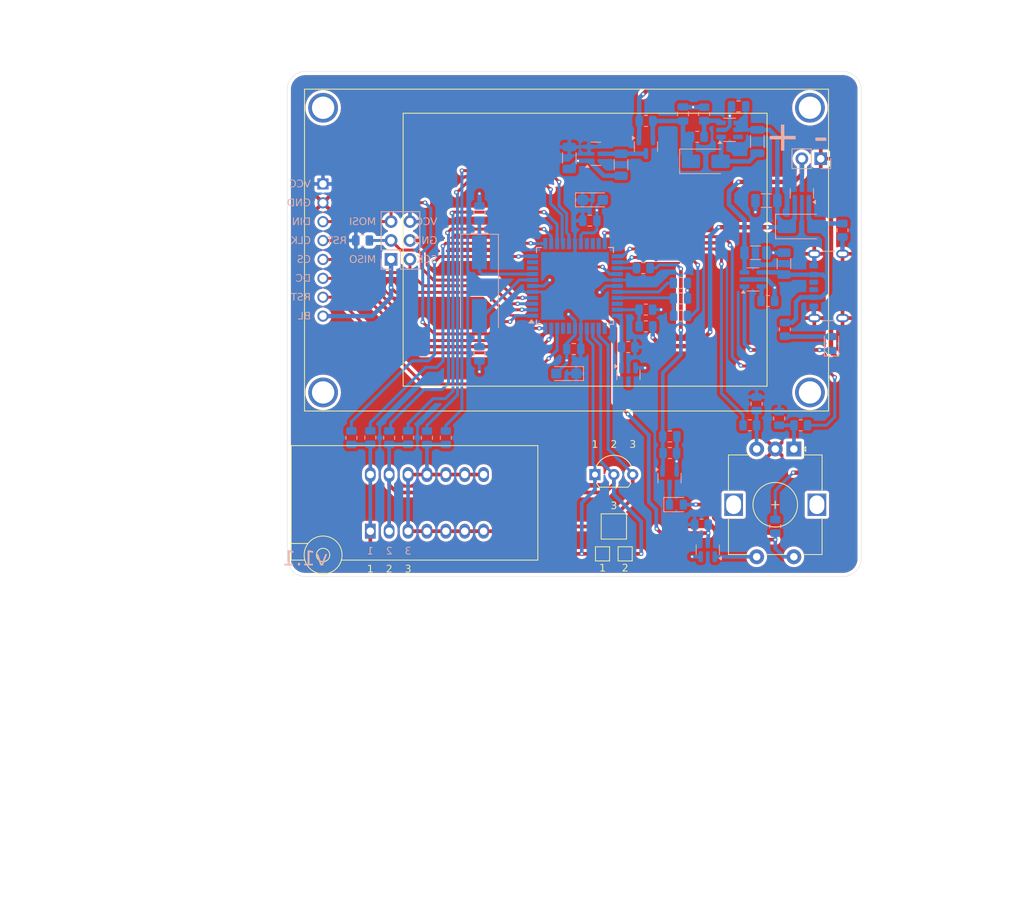
<source format=kicad_pcb>
(kicad_pcb (version 20240108) (generator "pcbnew") (generator_version "8.0")
  (layers (0 "F.Cu" signal) (31 "B.Cu" signal) (34 "B.Paste" user) (35 "F.Paste" user) (36 "B.SilkS" user "B.Silkscreen") (37 "F.SilkS" user "F.Silkscreen") (38 "B.Mask" user) (39 "F.Mask" user) (44 "Edge.Cuts" user))
  (net 0 "")
  (net 1 "Net-(J2-Pin_2)")
  (net 2 "GND")
  (net 3 "VBUS")
  (net 4 "VCC")
  (net 5 "+6V")
  (net 6 "+5V")
  (net 7 "Net-(U1-AREF)")
  (net 8 "Net-(U1-XTAL1)")
  (net 9 "Net-(U1-XTAL2)")
  (net 10 "Net-(U1-PA7)")
  (net 11 "Net-(Q2-C)")
  (net 12 "Net-(Q3-B)")
  (net 13 "Net-(D2-A)")
  (net 14 "S1")
  (net 15 "Net-(D3-K)")
  (net 16 "Net-(D4-K)")
  (net 17 "Net-(D4-A)")
  (net 20 "MISO")
  (net 21 "SCK")
  (net 22 "RESET")
  (net 23 "MOSI")
  (net 24 "PA1")
  (net 25 "PA2")
  (net 26 "PA0")
  (net 27 "LCD_RES")
  (net 28 "LCD_CS")
  (net 29 "LCD_DC")
  (net 30 "Net-(Q2-B)")
  (net 31 "Net-(Q4-B)")
  (net 32 "BTN")
  (net 33 "Net-(U2-PROG)")
  (net 34 "Net-(U3-FB)")
  (net 35 "SDA")
  (net 36 "Net-(U1-PC5)")
  (net 37 "PD2")
  (net 38 "PD3")
  (net 39 "PD4")
  (net 40 "PD5")
  (net 41 "PD6")
  (net 42 "PD7")
  (net 43 "Net-(R14-Pad1)")
  (net 44 "Net-(R15-Pad1)")
  (net 45 "PC4")
  (net 46 "PC3")
  (net 47 "U BAT")
  (net 48 "PWR")
  (footprint "TestPoint:TestPoint_Pad_1.5x1.5mm" (layer "F.Cu") (at 154.432 119.253)
    (property "Reference" "TP2" (hide yes))
    (property "Value" "SMD_P2" (hide yes))
  )
  (footprint "Rotary_Encoder:RotaryEncoder_Alps_EC12E-Switch_Vertical_H20mm" (layer "F.Cu") (at 177.125 105.145 -90)
    (property "Reference" "SW1" (hide yes))
    (property "Value" "Rotary Encoder")
  )
  (footprint "TestPoint:TestPoint_Pad_1.5x1.5mm" (layer "F.Cu") (at 151.384 119.253)
    (property "Reference" "TP1" (hide yes))
    (property "Value" "SMD_P1" (hide yes))
  )
  (footprint "TestPoint:TestPoint_Pad_3.0x3.0mm" (layer "F.Cu") (at 152.908 115.57)
    (property "Reference" "TP3" (hide yes))
    (property "Value" "SMD_P3" (hide yes))
  )
  (footprint "DB-Enclosures:Waveshare_2.4_ILI9341_18366" (layer "F.Cu") (at 113.782 69.486)
    (property "Reference" "J7" (hide yes))
    (property "Value" "ILI9341 LCD")
  )
  (footprint "Package_TO_SOT_THT:TO-92L_Inline_Wide" (layer "F.Cu") (at 150.368 108.585)
    (property "Reference" "J5" (hide yes))
    (property "Value" "1x03 2.54")
  )
  (footprint "Socket:DIP_Socket-14_W4.3_W5.08_W7.62_W10.16_W10.9_3M_214-3339-00-0602J" (layer "F.Cu") (at 120.142 116.205 90)
    (property "Reference" "J4" (hide yes))
    (property "Value" "TEST")
  )
  (footprint "Capacitor_SMD:C_0805_2012Metric" (layer "B.Cu") (at 161.8742 84.8868)
    (property "Reference" "C11" (hide yes))
    (property "Value" "100n 1%")
  )
  (footprint "Resistor_SMD:R_0805_2012Metric" (layer "B.Cu") (at 165.0492 60.0729 90)
    (property "Reference" "R4" (hide yes))
    (property "Value" "15k" (hide yes))
  )
  (footprint "Inductor_SMD:L_1206_3216Metric" (layer "B.Cu") (at 172.212 63.7796 -90)
    (property "Reference" "L1" (hide yes))
    (property "Value" "4.7uH" (hide yes))
  )
  (footprint "Capacitor_SMD:C_1206_3216Metric" (layer "B.Cu") (at 173.4294 71.7296 180)
    (property "Reference" "C3" (hide yes))
    (property "Value" "4u7" (hide yes))
  )
  (footprint "Capacitor_SMD:C_0805_2012Metric" (layer "B.Cu") (at 149.667 74.422)
    (property "Reference" "C6" (hide yes))
    (property "Value" "100n")
  )
  (footprint "Capacitor_SMD:C_0805_2012Metric" (layer "B.Cu") (at 162.2044 60.0608 90)
    (property "Reference" "C5" (hide yes))
    (property "Value" "22u")
  )
  (footprint "Capacitor_SMD:C_0805_2012Metric" (layer "B.Cu") (at 147.513 91.694 180)
    (property "Reference" "C7" (hide yes))
    (property "Value" "100n")
  )
  (footprint "Capacitor_Tantalum_SMD:CP_EIA-3216-18_Kemet-A" (layer "B.Cu") (at 150.067 71.628)
    (property "Reference" "C17" (hide yes))
    (property "Value" "10u")
  )
  (footprint "Resistor_SMD:R_0805_2012Metric" (layer "B.Cu") (at 119.1025 77.089)
    (property "Reference" "R6" (hide yes))
    (property "Value" "10k")
  )
  (footprint "Capacitor_Tantalum_SMD:CP_EIA-3216-18_Kemet-A" (layer "B.Cu") (at 146.511 94.996 180)
    (property "Reference" "C15" (hide yes))
    (property "Value" "10u")
  )
  (footprint "Package_TO_SOT_SMD:SOT-23" (layer "B.Cu") (at 157.2279 64.4652 -90)
    (property "Reference" "Q2" (hide yes))
    (property "Value" "MMBT3906")
  )
  (footprint "Capacitor_SMD:C_1206_3216Metric" (layer "B.Cu") (at 153.8751 66.9018 -90)
    (property "Reference" "C12" (hide yes))
    (property "Value" "4u7")
  )
  (footprint "Connector_PinHeader_2.54mm:PinHeader_1x02_P2.54mm_Vertical" (layer "B.Cu") (at 180.7464 66.0908 90)
    (property "Reference" "J2" (hide yes))
    (property "Value" "Battery Li-Po 3.7V" (hide yes))
  )
  (footprint "Connector_USB:USB_C_Receptacle_GCT_USB4125-xx-x-0190_6P_TopMnt_Horizontal" (layer "B.Cu") (at 182.8764 83.2104 -90)
    (property "Reference" "J1" (hide yes))
    (property "Value" "USB_C")
  )
  (footprint "Capacitor_SMD:C_1206_3216Metric" (layer "B.Cu") (at 171.9562 78.74)
    (property "Reference" "C1" (hide yes))
    (property "Value" "4u7" (hide yes))
  )
  (footprint "Connector_PinHeader_2.54mm:PinHeader_2x03_P2.54mm_Vertical" (layer "B.Cu") (at 122.936 79.629)
    (property "Reference" "J3" (hide yes))
    (property "Value" "ISP")
  )
  (footprint "Resistor_SMD:R_0805_2012Metric" (layer "B.Cu") (at 120.142 103.6085 -90)
    (property "Reference" "R9" (hide yes))
    (property "Value" "470k 0.1%")
  )
  (footprint "Package_TO_SOT_SMD:SOT-23" (layer "B.Cu") (at 150.4992 65.4286)
    (property "Reference" "U5" (hide yes))
    (property "Value" "TPMCP1702T-5002E/CB")
  )
  (footprint "Package_TO_SOT_SMD:SOT-23-5" (layer "B.Cu") (at 171.6223 82.3316)
    (property "Reference" "U2" (hide yes))
    (property "Value" "MCP73832-2-OT" (hide yes))
  )
  (footprint "Resistor_SMD:R_0805_2012Metric" (layer "B.Cu") (at 122.682 103.632 -90)
    (property "Reference" "R10" (hide yes))
    (property "Value" "680R 0.1%")
  )
  (footprint "Capacitor_SMD:C_0805_2012Metric" (layer "B.Cu") (at 134.8232 92.3544 -90)
    (property "Reference" "C10" (hide yes))
    (property "Value" "22p")
  )
  (footprint "LED_SMD:LED_0805_2012Metric" (layer "B.Cu") (at 182.1919 90.9574 90)
    (property "Reference" "D4" (hide yes))
    (property "Value" "LED" (hide yes))
  )
  (footprint "Diode_SMD:D_SMA" (layer "B.Cu") (at 178.1744 75.2094)
    (property "Reference" "D1" (hide yes))
    (property "Value" "SS34" (hide yes))
  )
  (footprint "Resistor_SMD:R_0805_2012Metric" (layer "B.Cu") (at 160.4366 105.6917)
    (property "Reference" "R22" (hide yes))
    (property "Value" "100k")
  )
  (footprint "Resistor_SMD:R_0805_2012Metric" (layer "B.Cu") (at 164.6955 115.316)
    (property "Reference" "R24" (hide yes))
    (property "Value" "27k")
  )
  (footprint "Resistor_SMD:R_0805_2012Metric" (layer "B.Cu") (at 183.6674 75.7174 -90)
    (property "Reference" "R2" (hide yes))
    (property "Value" "100k" (hide yes))
  )
  (footprint "Resistor_SMD:R_0805_2012Metric" (layer "B.Cu") (at 154.8365 91.44 180)
    (property "Reference" "R5" (hide yes))
    (property "Value" "2k2")
  )
  (footprint "Package_TO_SOT_SMD:SOT-23" (layer "B.Cu") (at 154.874 95.1715 -90)
    (property "Reference" "U4" (hide yes))
    (property "Value" "LM4040DBZ-2.5")
  )
  (footprint "Capacitor_SMD:C_0805_2012Metric" (layer "B.Cu") (at 160.4366 103.4565)
    (property "Reference" "C14" (hide yes))
    (property "Value" "10n")
  )
  (footprint "Capacitor_SMD:C_0805_2012Metric" (layer "B.Cu") (at 169.6872 59.055 180)
    (property "Reference" "C4" (hide yes))
    (property "Value" "22u" (hide yes))
  )
  (footprint "Resistor_SMD:R_0805_2012Metric" (layer "B.Cu") (at 125.222 103.6085 -90)
    (property "Reference" "R11" (hide yes))
    (property "Value" "470k 0.1%")
  )
  (footprint "Resistor_SMD:R_0805_2012Metric" (layer "B.Cu") (at 117.602 103.632 -90)
    (property "Reference" "R8" (hide yes))
    (property "Value" "680R 0.1%")
  )
  (footprint "LED_SMD:LED_0805_2012Metric" (layer "B.Cu") (at 161.3131 112.6236)
    (property "Reference" "D3" (hide yes))
    (property "Value" "LED")
  )
  (footprint "Resistor_SMD:R_0805_2012Metric" (layer "B.Cu") (at 127.762 103.632 -90)
    (property "Reference" "R12" (hide yes))
    (property "Value" "680R 0.1%")
  )
  (footprint "Resistor_SMD:R_0805_2012Metric" (layer "B.Cu") (at 174.625 115.5465 -90)
    (property "Reference" "R21" (hide yes))
    (property "Value" "3k3")
  )
  (footprint "Package_QFP:TQFP-44_10x10mm_P0.8mm" (layer "B.Cu") (at 147.6756 83.2104)
    (property "Reference" "U1" (hide yes))
    (property "Value" "ATmega644PA-A")
  )
  (footprint "Package_TO_SOT_SMD:SOT-23" (layer "B.Cu") (at 160.401 109.0676 -90)
    (property "Reference" "Q3" (hide yes))
    (property "Value" "MMBT3904")
  )
  (footprint "Capacitor_SMD:C_1206_3216Metric" (layer "B.Cu") (at 146.9155 65.9892 -90)
    (property "Reference" "C13" (hide yes))
    (property "Value" "4u7")
  )
  (footprint "Resistor_SMD:R_0805_2012Metric" (layer "B.Cu") (at 164.1367 63.1444)
    (property "Reference" "R3" (hide yes))
    (property "Value" "120k" (hide yes))
  )
  (footprint "Resistor_SMD:R_0805_2012Metric" (layer "B.Cu") (at 175.1584 101.0431 90)
    (property "Reference" "R15" (hide yes))
    (property "Value" "10k")
  )
  (footprint "Diode_SMD:D_SMA" (layer "B.Cu") (at 165.2712 66.4464)
    (property "Reference" "D2" (hide yes))
    (property "Value" "SS34" (hide yes))
  )
  (footprint "Package_TO_SOT_SMD:SOT-23" (layer "B.Cu") (at 165.547 118.6965 90)
    (property "Reference" "Q4" (hide yes))
    (property "Value" "MMBT3904")
  )
  (footprint "Package_TO_SOT_SMD:SOT-23-6" (layer "B.Cu") (at 168.4782 62.2084)
    (property "Reference" "U3" (hide yes))
    (property "Value" "MT3608" (hide yes))
  )
  (footprint "Package_TO_SOT_SMD:SOT-23" (layer "B.Cu") (at 178.2064 70.7644 90)
    (property "Reference" "Q1" (hide yes))
    (property "Value" "DMP1045U" (hide yes))
  )
  (footprint "Resistor_SMD:R_0805_2012Metric" (layer "B.Cu") (at 157.226 88.646 180)
    (property "Reference" "R18" (hide yes))
    (property "Value" "10k 0.1%" (hide yes))
  )
  (footprint "Resistor_SMD:R_0805_2012Metric" (layer "B.Cu") (at 157.2111 86.3958)
    (property "Reference" "R19" (hide yes))
    (property "Value" "3k3 0.1%" (hide yes))
  )
  (footprint "Resistor_SMD:R_0805_2012Metric" (layer "B.Cu") (at 173.6325 85.2424)
    (property "Reference" "R1" (hide yes))
    (property "Value" "10k" (hide yes))
  )
  (footprint "Resistor_SMD:R_0805_2012Metric" (layer "B.Cu") (at 157.2279 61.0108 180)
    (property "Reference" "R20" (hide yes))
    (property "Value" "33k")
  )
  (footprint "Resistor_SMD:R_0805_2012Metric" (layer "B.Cu") (at 172.1104 99.0619 90)
    (property "Reference" "R14" (hide yes))
    (property "Value" "10k")
  )
  (footprint "Resistor_SMD:R_0805_2012Metric" (layer "B.Cu") (at 161.8742 87.2236)
    (property "Reference" "R7" (hide yes))
    (property "Value" "470k 0.1%")
  )
  (footprint "Capacitor_SMD:C_1206_3216Metric" (layer "B.Cu") (at 175.7934 80.2114 90)
    (property "Reference" "C2" (hide yes))
    (property "Value" "4u7" (hide yes))
  )
  (footprint "Resistor_SMD:R_0805_2012Metric" (layer "B.Cu") (at 178.0521 101.9556 180)
    (property "Reference" "R17" (hide yes))
    (property "Value" "1k")
  )
  (footprint "Resistor_SMD:R_0805_2012Metric" (layer "B.Cu") (at 156.8685 80.8078)
    (property "Reference" "R23" (hide yes))
    (property "Value" "27k")
  )
  (footprint "Capacitor_SMD:C_0805_2012Metric" (layer "B.Cu") (at 134.8232 73.406 90)
    (property "Reference" "C9" (hide yes))
    (property "Value" "22p")
  )
  (footprint "Capacitor_SMD:C_0805_2012Metric" (layer "B.Cu") (at 161.859 82.804)
    (property "Reference" "C8" (hide yes))
    (property "Value" "1n")
  )
  (footprint "Resistor_SMD:R_0805_2012Metric" (layer "B.Cu") (at 171.1979 101.9556 180)
    (property "Reference" "R16" (hide yes))
    (property "Value" "1k")
  )
  (footprint "Resistor_SMD:R_0805_2012Metric" (layer "B.Cu") (at 130.302 103.632 -90)
    (property "Reference" "R13" (hide yes))
    (property "Value" "470k 0.1%")
  )
  (footprint "Resistor_SMD:R_0805_2012Metric" (layer "B.Cu") (at 175.9204 89.0524 -90)
    (property "Reference" "R25" (hide yes))
    (property "Value" "470R" (hide yes))
  )
  (footprint "Crystal:Crystal_SMD_HC49-SD" (layer "B.Cu") (at 134.8232 82.9564 -90)
    (property "Reference" "Y1" (hide yes))
    (property "Value" "16MHz")
  )
  (gr_line (start 108.966 119.888) (end 108.966 56.769) (stroke (width 0.05)) (layer "Edge.Cuts"))
  (gr_arc (start 186.182 119.888) (mid 185.475249 121.594249) (end 183.769 122.301) (stroke (width 0.05)) (layer "Edge.Cuts"))
  (gr_arc (start 108.966 56.769) (mid 109.672751 55.062751) (end 111.379 54.356) (stroke (width 0.05)) (layer "Edge.Cuts"))
  (gr_line (start 186.182 56.769) (end 186.182 119.888) (stroke (width 0.05)) (layer "Edge.Cuts"))
  (gr_arc (start 183.769 54.356) (mid 185.475249 55.062751) (end 186.182 56.769) (stroke (width 0.05)) (layer "Edge.Cuts"))
  (gr_line (start 111.379 54.356) (end 183.769 54.356) (stroke (width 0.05)) (layer "Edge.Cuts"))
  (gr_arc (start 111.379 122.301) (mid 109.672751 121.594249) (end 108.966 119.888) (stroke (width 0.05)) (layer "Edge.Cuts"))
  (gr_line (start 183.769 122.301) (end 111.379 122.301) (stroke (width 0.05)) (layer "Edge.Cuts"))
  (gr_text "GND" (at 129.159 77.724 0) (layer "B.SilkS") (effects (font (size 1 1) (thickness 0.1)) (justify left bottom mirror)))
  (gr_text "VCC" (at 129.159 75.184 0) (layer "B.SilkS") (effects (font (size 1 1) (thickness 0.1)) (justify left bottom mirror)))
  (gr_text "- +" (at 181.7624 65.6844 0) (layer "B.SilkS") (effects (font (size 4 4) (thickness 0.1)) (justify left bottom mirror)))
  (gr_text "v1.1" (at 114.427 121.158 0) (layer "B.SilkS") (effects (font (size 2 2) (thickness 0.1)) (justify left bottom mirror)))
  (gr_text "SCK" (at 129.159 80.264 0) (layer "B.SilkS") (effects (font (size 1 1) (thickness 0.1)) (justify left bottom mirror)))
  (gr_text "DIN" (at 112.141 75.184 0) (layer "B.SilkS") (effects (font (size 1 1) (thickness 0.1)) (justify left bottom mirror)))
  (gr_text "GND" (at 112.141 72.644 0) (layer "B.SilkS") (effects (font (size 1 1) (thickness 0.1)) (justify left bottom mirror)))
  (gr_text "CLK" (at 112.141 77.724 0) (layer "B.SilkS") (effects (font (size 1 1) (thickness 0.1)) (justify left bottom mirror)))
  (gr_text "RST" (at 116.967 77.724 0) (layer "B.SilkS") (effects (font (size 1 1) (thickness 0.1)) (justify left bottom mirror)))
  (gr_text "MOSI" (at 120.904 75.184 0) (layer "B.SilkS") (effects (font (size 1 1) (thickness 0.1)) (justify left bottom mirror)))
  (gr_text "RST" (at 112.141 85.344 0) (layer "B.SilkS") (effects (font (size 1 1) (thickness 0.1)) (justify left bottom mirror)))
  (gr_text "1" (at 120.142 119.507 0) (layer "B.SilkS") (effects (font (size 1 1) (thickness 0.1)) (justify bottom mirror)))
  (gr_text "VCC" (at 112.141 70.104 0) (layer "B.SilkS") (effects (font (size 1 1) (thickness 0.1)) (justify left bottom mirror)))
  (gr_text "DC" (at 112.141 82.804 0) (layer "B.SilkS") (effects (font (size 1 1) (thickness 0.1)) (justify left bottom mirror)))
  (gr_text "CS" (at 112.141 80.264 0) (layer "B.SilkS") (effects (font (size 1 1) (thickness 0.1)) (justify left bottom mirror)))
  (gr_text "3" (at 125.222 119.507 0) (layer "B.SilkS") (effects (font (size 1 1) (thickness 0.1)) (justify bottom mirror)))
  (gr_text "2" (at 122.682 119.507 0) (layer "B.SilkS") (effects (font (size 1 1) (thickness 0.1)) (justify bottom mirror)))
  (gr_text "MISO" (at 120.904 80.264 0) (layer "B.SilkS") (effects (font (size 1 1) (thickness 0.1)) (justify left bottom mirror)))
  (gr_text "BL" (at 112.141 87.884 0) (layer "B.SilkS") (effects (font (size 1 1) (thickness 0.1)) (justify left bottom mirror)))
  (gr_text "2" (at 122.682 121.92 0) (layer "F.SilkS") (effects (font (size 1 1) (thickness 0.1)) (justify bottom)))
  (gr_text "1" (at 151.384 121.793 0) (layer "F.SilkS") (effects (font (size 1 1) (thickness 0.1)) (justify bottom)))
  (gr_text "3" (at 152.908 113.411 0) (layer "F.SilkS") (effects (font (size 1 1) (thickness 0.1)) (justify bottom)))
  (gr_text "1" (at 150.368 105.156 0) (layer "F.SilkS") (effects (font (size 1 1) (thickness 0.1)) (justify bottom)))
  (gr_text "2" (at 154.432 121.793 0) (layer "F.SilkS") (effects (font (size 1 1) (thickness 0.1)) (justify bottom)))
  (gr_text "2" (at 152.908 105.156 0) (layer "F.SilkS") (effects (font (size 1 1) (thickness 0.1)) (justify bottom)))
  (gr_text "3" (at 155.448 105.156 0) (layer "F.SilkS") (effects (font (size 1 1) (thickness 0.1)) (justify bottom)))
  (gr_text "1" (at 120.142 121.92 0) (layer "F.SilkS") (effects (font (size 1 1) (thickness 0.1)) (justify bottom)))
  (gr_text "3" (at 125.222 121.92 0) (layer "F.SilkS") (effects (font (size 1 1) (thickness 0.1)) (justify bottom)))
  (segment (start 177.165 69.215) (end 178.2064 68.1736) (width 0.6) (layer "F.Cu") (net 1))
  (segment (start 178.2064 68.1736) (end 178.2064 66.0908) (width 0.6) (layer "F.Cu") (net 1))
  (segment (start 169.672 69.215) (end 177.165 69.215) (width 0.6) (layer "F.Cu") (net 1))
  (via (at 169.672 69.215) (size 0.6) (drill 0.3) (layers "F.Cu" "B.Cu") (net 1))
  (segment (start 168.402 72.263) (end 168.402 70.485) (width 0.6) (layer "B.Cu") (net 1))
  (segment (start 168.402 70.485) (end 169.672 69.215) (width 0.6) (layer "B.Cu") (net 1))
  (segment (start 170.4812 74.3422) (end 168.402 72.263) (width 0.6) (layer "B.Cu") (net 1))
  (segment (start 170.4812 81.378) (end 170.4848 81.3816) (width 0.6) (layer "B.Cu") (net 1))
  (segment (start 170.4812 78.74) (end 170.4812 81.378) (width 0.6) (layer "B.Cu") (net 1))
  (segment (start 178.2064 66.0908) (end 178.2064 69.8269) (width 0.6) (layer "B.Cu") (net 1))
  (segment (start 170.4812 78.74) (end 170.4812 74.3422) (width 0.6) (layer "B.Cu") (net 1))
  (via (at 157.099 94.234) (size 0.6) (drill 0.3) (layers "F.Cu" "B.Cu") (net 2))
  (via (at 148.082 66.3786) (size 0.6) (drill 0.3) (layers "F.Cu" "B.Cu") (net 2))
  (via (at 159.258 86.3958) (size 0.6) (drill 0.3) (layers "F.Cu" "B.Cu") (net 2))
  (via (at 151.003 84.074) (size 0.6) (drill 0.3) (layers "F.Cu" "B.Cu") (net 2))
  (via (at 161.3491 106.807) (size 0.6) (drill 0.3) (layers "F.Cu" "B.Cu") (net 2))
  (via (at 150.617 73.025) (size 0.6) (drill 0.3) (layers "F.Cu" "B.Cu") (net 2))
  (via (at 174.371 78.7364) (size 0.6) (drill 0.3) (layers "F.Cu" "B.Cu") (net 2))
  (via (at 162.809 83.82) (size 0.6) (drill 0.3) (layers "F.Cu" "B.Cu") (net 2))
  (via (at 134.8232 70.7898) (size 0.6) (drill 0.3) (layers "F.Cu" "B.Cu") (net 2))
  (via (at 146.812 87.0218) (size 0.6) (drill 0.3) (layers "F.Cu" "B.Cu") (net 2))
  (via (at 163.576 59.1604) (size 0.6) (drill 0.3) (layers "F.Cu" "B.Cu") (net 2))
  (via (at 144.272 82.423) (size 0.6) (drill 0.3) (layers "F.Cu" "B.Cu") (net 2))
  (via (at 134.8232 94.742) (size 0.6) (drill 0.3) (layers "F.Cu" "B.Cu") (net 2))
  (via (at 168.5032 60.325) (size 0.6) (drill 0.3) (layers "F.Cu" "B.Cu") (net 2))
  (via (at 174.545 83.439) (size 0.6) (drill 0.3) (layers "F.Cu" "B.Cu") (net 2))
  (via (at 163.449 119.634) (size 0.6) (drill 0.3) (layers "F.Cu" "B.Cu") (net 2))
  (via (at 171.9544 73.2754) (size 0.6) (drill 0.3) (layers "F.Cu" "B.Cu") (net 2))
  (via (at 146.563 93.218) (size 0.6) (drill 0.3) (layers "F.Cu" "B.Cu") (net 2))
  (segment (start 162.809 82.804) (end 162.809 83.82) (width 0.4) (layer "B.Cu") (net 2))
  (segment (start 162.809 83.82) (end 162.809 84.8716) (width 0.4) (layer "B.Cu") (net 2))
  (segment (start 161.3491 105.6917) (end 161.3491 106.807) (width 0.5) (layer "B.Cu") (net 2))
  (segment (start 161.3866 103.4565) (end 161.3866 105.6542) (width 0.5) (layer "B.Cu") (net 2))
  (segment (start 150.617 74.422) (end 150.617 73.025) (width 0.4) (layer "B.Cu") (net 2))
  (segment (start 175.7934 78.7364) (end 174.371 78.7364) (width 0.6) (layer "B.Cu") (net 2))
  (segment (start 179.8764 78.8904) (end 179.8764 80.3804) (width 0.6) (layer "B.Cu") (net 2))
  (segment (start 148.4756 77.5104) (end 148.4756 76.3604) (width 0.4) (layer "B.Cu") (net 2))
  (segment (start 150.617 75.697) (end 150.617 74.422) (width 0.4) (layer "B.Cu") (net 2))
  (segment (start 134.8232 72.456) (end 134.8232 70.7898) (width 0.6) (layer "B.Cu") (net 2))
  (segment (start 148.763 76.073) (end 150.241 76.073) (width 0.4) (layer "B.Cu") (net 2))
  (segment (start 163.576 59.1604) (end 162.254 59.1604) (width 0.6) (layer "B.Cu") (net 2))
  (segment (start 174.545 83.693) (end 174.545 83.439) (width 0.6) (layer "B.Cu") (net 2))
  (segment (start 150.241 76.073) (end 150.617 75.697) (width 0.4) (layer "B.Cu") (net 2))
  (segment (start 179.7964 85.9604) (end 179.7964 87.4504) (width 0.6) (layer "B.Cu") (net 2))
  (segment (start 150.617 73.025) (end 150.617 72.428) (width 0.4) (layer "B.Cu") (net 2))
  (segment (start 150.617 72.428) (end 151.417 71.628) (width 0.4) (layer "B.Cu") (net 2))
  (segment (start 147.6756 89.8144) (end 146.563 90.927) (width 0.4) (layer "B.Cu") (net 2))
  (segment (start 148.4756 76.3604) (end 148.763 76.073) (width 0.4) (layer "B.Cu") (net 2))
  (segment (start 168.003199 62.2084) (end 167.3407 62.2084) (width 0.5) (layer "B.Cu") (net 2))
  (segment (start 146.563 90.927) (end 146.563 91.694) (width 0.4) (layer "B.Cu") (net 2))
  (segment (start 173.5176 82.3316) (end 170.4848 82.3316) (width 0.6) (layer "B.Cu") (net 2))
  (segment (start 149.5617 66.3786) (end 148.082 66.3786) (width 0.6) (layer "B.Cu") (net 2))
  (segment (start 147.6756 88.9104) (end 147.6756 89.8144) (width 0.4) (layer "B.Cu") (net 2))
  (segment (start 164.597 119.634) (end 163.449 119.634) (width 0.5) (layer "B.Cu") (net 2))
  (segment (start 168.5032 61.708399) (end 168.003199 62.2084) (width 0.5) (layer "B.Cu") (net 2))
  (segment (start 146.563 91.694) (end 146.563 93.218) (width 0.4) (layer "B.Cu") (net 2))
  (segment (start 168.5032 60.325) (end 168.5032 61.708399) (width 0.5) (layer "B.Cu") (net 2))
  (segment (start 183.6674 76.6299) (end 183.6674 78.8814) (width 0.6) (layer "B.Cu") (net 2))
  (segment (start 146.563 93.594) (end 145.161 94.996) (width 0.4) (layer "B.Cu") (net 2))
  (segment (start 161.3491 106.807) (end 161.3491 108.1282) (width 0.5) (layer "B.Cu") (net 2))
  (segment (start 158.1236 86.3958) (end 159.258 86.3958) (width 0.4) (layer "B.Cu") (net 2))
  (segment (start 155.824 94.234) (end 157.099 94.234) (width 0.5) (layer "B.Cu") (net 2))
  (segment (start 146.563 93.218) (end 146.563 93.594) (width 0.4) (layer "B.Cu") (net 2))
  (segment (start 174.545 83.439) (end 174.545 83.359) (width 0.6) (layer "B.Cu") (net 2))
  (segment (start 143.4846 83.2104) (end 144.272 82.423) (width 0.4) (layer "B.Cu") (net 2))
  (segment (start 168.5032 59.289) (end 168.5032 60.325) (width 0.5) (layer "B.Cu") (net 2))
  (segment (start 151.8666 83.2104) (end 151.003 84.074) (width 0.4) (layer "B.Cu") (net 2))
  (segment (start 141.9756 83.2104) (end 143.4846 83.2104) (width 0.4) (layer "B.Cu") (net 2))
  (segment (start 147.6756 88.9104) (end 147.6756 87.8854) (width 0.4) (layer "B.Cu") (net 2))
  (segment (start 147.6756 87.8854) (end 146.812 87.0218) (width 0.4) (layer "B.Cu") (net 2))
  (segment (start 174.371 78.7364) (end 173.4348 78.7364) (width 0.6) (layer "B.Cu") (net 2))
  (segment (start 134.8232 93.3044) (end 134.8232 94.742) (width 0.4) (layer "B.Cu") (net 2))
  (segment (start 151.5599 68.3768) (end 153.8751 68.3768) (width 0.6) (layer "B.Cu") (net 2))
  (segment (start 174.545 85.2424) (end 174.545 83.693) (width 0.6) (layer "B.Cu") (net 2))
  (segment (start 148.082 66.3786) (end 148.0011 66.3786) (width 0.6) (layer "B.Cu") (net 2))
  (segment (start 148.0011 66.3786) (end 146.9155 67.4642) (width 0.6) (layer "B.Cu") (net 2))
  (segment (start 149.5617 66.3786) (end 151.5599 68.3768) (width 0.6) (layer "B.Cu") (net 2))
  (segment (start 153.3756 83.2104) (end 151.8666 83.2104) (width 0.4) (layer "B.Cu") (net 2))
  (segment (start 174.545 83.359) (end 173.5176 82.3316) (width 0.6) (layer "B.Cu") (net 2))
  (segment (start 165.0492 59.1604) (end 163.576 59.1604) (width 0.6) (layer "B.Cu") (net 2))
  (segment (start 171.9544 71.7296) (end 171.9544 73.2754) (width 0.6) (layer "B.Cu") (net 2))
  (segment (start 175.4886 81.3816) (end 175.7934 81.6864) (width 0.6) (layer "B.Cu") (net 3))
  (segment (start 181.483 74.8049) (end 181.483 76.518) (width 0.6) (layer "B.Cu") (net 3))
  (segment (start 179.7964 84.7304) (end 178.0326 84.7304) (width 0.6) (layer "B.Cu") (net 3))
  (segment (start 181.61 82.296) (end 181.61 83.947) (width 0.6) (layer "B.Cu") (net 3))
  (segment (start 181.0044 81.6904) (end 181.61 82.296) (width 0.6) (layer "B.Cu") (net 3))
  (segment (start 177.419 87.63) (end 176.9091 88.1399) (width 0.6) (layer "B.Cu") (net 3))
  (segment (start 181.61 76.645) (end 180.1744 75.2094) (width 0.6) (layer "B.Cu") (net 3))
  (segment (start 172.7598 81.3816) (end 175.4886 81.3816) (width 0.6) (layer "B.Cu") (net 3))
  (segment (start 179.7964 81.6904) (end 175.7974 81.6904) (width 0.6) (layer "B.Cu") (net 3))
  (segment (start 181.483 74.8049) (end 180.5789 74.8049) (width 0.6) (layer "B.Cu") (net 3))
  (segment (start 178.0326 84.7304) (end 177.419 85.344) (width 0.6) (layer "B.Cu") (net 3))
  (segment (start 181.483 76.518) (end 181.61 76.645) (width 0.6) (layer "B.Cu") (net 3))
  (segment (start 180.8266 84.7304) (end 179.7964 84.7304) (width 0.6) (layer "B.Cu") (net 3))
  (segment (start 179.1564 71.7019) (end 179.1564 74.1914) (width 0.6) (layer "B.Cu") (net 3))
  (segment (start 179.1564 74.1914) (end 180.1744 75.2094) (width 0.6) (layer "B.Cu") (net 3))
  (segment (start 176.9091 88.1399) (end 175.9204 88.1399) (width 0.6) (layer "B.Cu") (net 3))
  (segment (start 181.61 82.296) (end 181.61 76.645) (width 0.6) (layer "B.Cu") (net 3))
  (segment (start 179.7964 81.6904) (end 181.0044 81.6904) (width 0.6) (layer "B.Cu") (net 3))
  (segment (start 177.419 85.344) (end 177.419 87.63) (width 0.6) (layer "B.Cu") (net 3))
  (segment (start 181.61 83.947) (end 180.8266 84.7304) (width 0.6) (layer "B.Cu") (net 3))
  (segment (start 183.6674 74.8049) (end 181.483 74.8049) (width 0.6) (layer "B.Cu") (net 3))
  (segment (start 159.305 91.313) (end 163.957 91.313) (width 0.6) (layer "F.Cu") (net 4))
  (segment (start 158.1385 90.1465) (end 159.305 91.313) (width 0.6) (layer "F.Cu") (net 4))
  (segment (start 163.957 91.313) (end 165.862 89.408) (width 0.6) (layer "F.Cu") (net 4))
  (segment (start 167.005 75.311) (end 173.609 75.311) (width 0.6) (layer "F.Cu") (net 4))
  (via (at 173.609 75.311) (size 0.6) (drill 0.3) (layers "F.Cu" "B.Cu") (net 4))
  (via (at 165.862 89.408) (size 0.6) (drill 0.3) (layers "F.Cu" "B.Cu") (net 4))
  (via (at 158.1385 90.1465) (size 0.6) (drill 0.3) (layers "F.Cu" "B.Cu") (net 4))
  (via (at 167.005 75.311) (size 0.6) (drill 0.3) (layers "F.Cu" "B.Cu") (net 4))
  (segment (start 170.307 62.2046) (end 170.307 61.722) (width 0.5) (layer "B.Cu") (net 4))
  (segment (start 174.9044 73.9394) (end 176.1744 75.2094) (width 0.6) (layer "B.Cu") (net 4))
  (segment (start 169.6157 61.2584) (end 169.6157 61.722) (width 0.6) (layer "B.Cu") (net 4))
  (segment (start 165.862 76.454) (end 167.005 75.311) (width 0.6) (layer "B.Cu") (net 4))
  (segment (start 158.1385 88.646) (end 158.1385 90.1465) (width 0.6) (layer "B.Cu") (net 4))
  (segment (start 170.55505 60.31905) (end 170.688 60.452) (width 0.5) (layer "B.Cu") (net 4))
  (segment (start 169.6157 61.722) (end 170.307 61.722) (width 0.6) (layer "B.Cu") (net 4))
  (segment (start 170.307 62.2046) (end 169.6195 62.2046) (width 0.5) (layer "B.Cu") (net 4))
  (segment (start 174.9044 71.7296) (end 174.9044 63.2714) (width 0.6) (layer "B.Cu") (net 4))
  (segment (start 173.8376 62.2046) (end 172.212 62.2046) (width 0.6) (layer "B.Cu") (net 4))
  (segment (start 170.307 60.96) (end 170.11055 60.76355) (width 0.5) (layer "B.Cu") (net 4))
  (segment (start 177.2564 71.7019) (end 177.2564 74.1274) (width 0.6) (layer "B.Cu") (net 4))
  (segment (start 174.9044 71.7296) (end 174.9044 73.9394) (width 0.6) (layer "B.Cu") (net 4))
  (segment (start 172.212 62.2046) (end 170.688 62.2046) (width 0.5) (layer "B.Cu") (net 4))
  (segment (start 169.6157 61.722) (end 169.6157 62.2084) (width 0.6) (layer "B.Cu") (net 4))
  (segment (start 170.688 62.2046) (end 170.307 62.2046) (width 0.5) (layer "B.Cu") (net 4))
  (segment (start 165.862 89.408) (end 165.862 76.454) (width 0.6) (layer "B.Cu") (net 4))
  (segment (start 170.6372 60.2369) (end 170.55505 60.31905) (width 0.5) (layer "B.Cu") (net 4))
  (segment (start 170.307 61.722) (end 170.307 60.96) (width 0.5) (layer "B.Cu") (net 4))
  (segment (start 170.688 60.452) (end 170.688 62.2046) (width 0.5) (layer "B.Cu") (net 4))
  (segment (start 170.55505 60.31905) (end 170.11055 60.76355) (width 0.5) (layer "B.Cu") (net 4))
  (segment (start 177.2564 74.1274) (end 176.1744 75.2094) (width 0.6) (layer "B.Cu") (net 4))
  (segment (start 170.6372 59.055) (end 170.6372 60.2369) (width 0.5) (layer "B.Cu") (net 4))
  (segment (start 174.9044 63.2714) (end 173.8376 62.2046) (width 0.6) (layer "B.Cu") (net 4))
  (segment (start 173.609 75.311) (end 176.0728 75.311) (width 0.6) (layer "B.Cu") (net 4))
  (segment (start 170.11055 60.76355) (end 169.6157 61.2584) (width 0.5) (layer "B.Cu") (net 4))
  (segment (start 162.2044 61.0108) (end 162.2044 62.484) (width 0.6) (layer "B.Cu") (net 5))
  (segment (start 162.2044 63.119) (end 162.2044 64.135) (width 0.6) (layer "B.Cu") (net 5))
  (segment (start 162.2044 64.135) (end 162.2044 64.643) (width 0.6) (layer "B.Cu") (net 5))
  (segment (start 163.2242 64.135) (end 162.2044 64.135) (width 0.6) (layer "B.Cu") (net 5))
  (segment (start 163.2242 63.1444) (end 162.2298 63.1444) (width 0.6) (layer "B.Cu") (net 5))
  (segment (start 162.8648 63.1444) (end 162.2044 62.484) (width 0.6) (layer "B.Cu") (net 5))
  (segment (start 162.306 65.278) (end 162.2044 65.3796) (width 0.6) (layer "B.Cu") (net 5))
  (segment (start 163.2242 64.897) (end 163.2242 65.278) (width 0.6) (layer "B.Cu") (net 5))
  (segment (start 162.2044 64.643) (end 162.2044 64.897) (width 0.6) (layer "B.Cu") (net 5))
  (segment (start 163.2242 63.1444) (end 163.2242 64.135) (width 0.6) (layer "B.Cu") (net 5))
  (segment (start 162.2044 62.484) (end 162.2044 63.119) (width 0.6) (layer "B.Cu") (net 5))
  (segment (start 162.2044 64.897) (end 162.2044 65.3796) (width 0.6) (layer "B.Cu") (net 5))
  (segment (start 158.1404 61.0108) (end 158.1404 63.4902) (width 0.6) (layer "B.Cu") (net 5))
  (segment (start 163.2242 63.1444) (end 162.8648 63.1444) (width 0.6) (layer "B.Cu") (net 5))
  (segment (start 162.2044 65.3796) (end 163.2712 66.4464) (width 0.6) (layer "B.Cu") (net 5))
  (segment (start 163.2242 64.897) (end 162.2044 64.897) (width 0.6) (layer "B.Cu") (net 5))
  (segment (start 163.2242 65.278) (end 162.306 65.278) (width 0.6) (layer "B.Cu") (net 5))
  (segment (start 163.2242 64.135) (end 163.2242 64.643) (width 0.6) (layer "B.Cu") (net 5))
  (segment (start 163.2242 64.643) (end 163.2242 64.897) (width 0.6) (layer "B.Cu") (net 5))
  (segment (start 162.2044 61.0108) (end 158.1404 61.0108) (width 0.6) (layer "B.Cu") (net 5))
  (segment (start 163.2242 64.643) (end 162.2044 64.643) (width 0.6) (layer "B.Cu") (net 5))
  (segment (start 162.2298 63.1444) (end 162.2044 63.119) (width 0.6) (layer "B.Cu") (net 5))
  (segment (start 163.2242 65.278) (end 163.2242 66.3994) (width 0.6) (layer "B.Cu") (net 5))
  (segment (start 158.1404 63.4902) (end 158.1779 63.5277) (width 0.6) (layer "B.Cu") (net 5))
  (segment (start 163.1696 63.1444) (end 162.687 63.627) (width 0.6) (layer "B.Cu") (net 5))
  (segment (start 148.4756 88.9104) (end 148.4756 91.6814) (width 0.4) (layer "B.Cu") (net 6))
  (segment (start 160.909 82.804) (end 160.147 82.804) (width 0.4) (layer "B.Cu") (net 7))
  (segment (start 153.3756 84.0104) (end 158.9406 84.0104) (width 0.4) (layer "B.Cu") (net 7))
  (segment (start 160.147 82.804) (end 158.9406 84.0104) (width 0.4) (layer "B.Cu") (net 7))
  (segment (start 135.2044 81.6104) (end 134.8232 81.2292) (width 0.4) (layer "B.Cu") (net 8))
  (segment (start 134.8232 74.356) (end 134.8232 78.7064) (width 0.5) (layer "B.Cu") (net 8))
  (segment (start 134.8232 81.2292) (end 134.8232 78.7064) (width 0.4) (layer "B.Cu") (net 8))
  (segment (start 141.9756 81.6104) (end 135.2044 81.6104) (width 0.4) (layer "B.Cu") (net 8))
  (segment (start 135.412 87.2064) (end 140.208 82.4104) (width 0.4) (layer "B.Cu") (net 9))
  (segment (start 141.9756 82.4104) (end 140.208 82.4104) (width 0.4) (layer "B.Cu") (net 9))
  (segment (start 134.8232 87.2064) (end 134.8232 91.4044) (width 0.5) (layer "B.Cu") (net 9))
  (segment (start 160.9242 84.8868) (end 160.9242 87.1861) (width 0.5) (layer "B.Cu") (net 10))
  (segment (start 153.3756 84.8104) (end 160.8478 84.8104) (width 0.4) (layer "B.Cu") (net 10))
  (segment (start 153.8751 65.4268) (end 151.4385 65.4268) (width 0.6) (layer "B.Cu") (net 11))
  (segment (start 157.2279 65.4027) (end 153.8992 65.4027) (width 0.6) (layer "B.Cu") (net 11))
  (segment (start 161.925 89.154) (end 161.925 80.899) (width 0.5) (layer "F.Cu") (net 12))
  (via (at 161.925 80.899) (size 0.6) (drill 0.3) (layers "F.Cu" "B.Cu") (net 12))
  (via (at 161.925 89.154) (size 0.6) (drill 0.3) (layers "F.Cu" "B.Cu") (net 12))
  (segment (start 159.4866 94.8944) (end 161.925 92.456) (width 0.5) (layer "B.Cu") (net 12))
  (segment (start 159.4866 103.4565) (end 159.4866 94.8944) (width 0.5) (layer "B.Cu") (net 12))
  (segment (start 159.4866 103.4565) (end 159.4866 105.6542) (width 0.5) (layer "B.Cu") (net 12))
  (segment (start 161.417 80.391) (end 161.925 80.899) (width 0.4) (layer "B.Cu") (net 12))
  (segment (start 161.925 92.456) (end 161.925 89.154) (width 0.5) (layer "B.Cu") (net 12))
  (segment (start 159.5241 105.6917) (end 159.5241 108.057) (width 0.5) (layer "B.Cu") (net 12))
  (segment (start 157.781 80.8078) (end 158.5872 80.8078) (width 0.4) (layer "B.Cu") (net 12))
  (segment (start 159.5241 108.057) (end 159.451 108.1301) (width 0.5) (layer "B.Cu") (net 12))
  (segment (start 159.004 80.391) (end 161.417 80.391) (width 0.4) (layer "B.Cu") (net 12))
  (segment (start 158.5872 80.8078) (end 159.004 80.391) (width 0.4) (layer "B.Cu") (net 12))
  (segment (start 167.3407 63.1584) (end 167.3407 66.3769) (width 0.6) (layer "B.Cu") (net 13))
  (segment (start 171.1202 66.4464) (end 172.212 65.3546) (width 0.6) (layer "B.Cu") (net 13))
  (segment (start 167.2712 66.4464) (end 171.1202 66.4464) (width 0.6) (layer "B.Cu") (net 13))
  (segment (start 163.9316 112.6236) (end 165.3286 112.6236) (width 0.5) (layer "F.Cu") (net 14))
  (segment (start 166.37 113.665) (end 166.37 114.427) (width 0.5) (layer "F.Cu") (net 14))
  (segment (start 165.3286 112.6236) (end 166.37 113.665) (width 0.5) (layer "F.Cu") (net 14))
  (segment (start 166.37 114.427) (end 169.291 117.348) (width 0.5) (layer "F.Cu") (net 14))
  (segment (start 169.291 117.348) (end 174.625 117.348) (width 0.5) (layer "F.Cu") (net 14))
  (via (at 163.9316 112.6236) (size 0.6) (drill 0.3) (layers "F.Cu" "B.Cu") (net 14))
  (via (at 174.625 117.348) (size 0.6) (drill 0.3) (layers "F.Cu" "B.Cu") (net 14))
  (segment (start 174.625 118.491) (end 175.779 119.645) (width 0.5) (layer "B.Cu") (net 14))
  (segment (start 174.625 116.459) (end 174.625 118.491) (width 0.5) (layer "B.Cu") (net 14))
  (segment (start 162.2506 112.6236) (end 163.9316 112.6236) (width 0.5) (layer "B.Cu") (net 14))
  (segment (start 175.779 119.645) (end 177.125 119.645) (width 0.5) (layer "B.Cu") (net 14))
  (segment (start 160.401 110.0051) (end 160.401 112.5982) (width 0.5) (layer "B.Cu") (net 15))
  (segment (start 171.323 91.821) (end 180.594 91.821) (width 0.5) (layer "F.Cu") (net 16))
  (via (at 171.323 91.821) (size 0.6) (drill 0.3) (layers "F.Cu" "B.Cu") (net 16))
  (via (at 180.594 91.821) (size 0.6) (drill 0.3) (layers "F.Cu" "B.Cu") (net 16))
  (segment (start 170.4848 90.9828) (end 171.323 91.821) (width 0.5) (layer "B.Cu") (net 16))
  (segment (start 170.4848 83.2816) (end 170.4848 90.9828) (width 0.5) (layer "B.Cu") (net 16))
  (segment (start 180.594 91.821) (end 182.118 91.821) (width 0.5) (layer "B.Cu") (net 16))
  (segment (start 182.1919 90.0199) (end 175.9754 90.0199) (width 0.6) (layer "B.Cu") (net 17))
  (segment (start 123.571 84.074) (end 122.936 83.439) (width 0.4) (layer "F.Cu") (net 20))
  (segment (start 137.9724 86.4104) (end 135.636 84.074) (width 0.4) (layer "F.Cu") (net 20))
  (segment (start 140.5386 86.4104) (end 137.9724 86.4104) (width 0.4) (layer "F.Cu") (net 20))
  (segment (start 135.636 84.074) (end 123.571 84.074) (width 0.4) (layer "F.Cu") (net 20))
  (via (at 140.5386 86.4104) (size 0.6) (drill 0.3) (layers "F.Cu" "B.Cu") (net 20))
  (via (at 122.936 83.439) (size 0.6) (drill 0.3) (layers "F.Cu" "B.Cu") (net 20))
  (segment (start 122.936 84.709) (end 120.379 87.266) (width 0.6) (layer "B.Cu") (net 20))
  (segment (start 141.9756 86.4104) (end 140.5386 86.4104) (width 0.4) (layer "B.Cu") (net 20))
  (segment (start 120.379 87.266) (end 113.772 87.266) (width 0.6) (layer "B.Cu") (net 20))
  (segment (start 122.936 79.629) (end 122.936 83.439) (width 0.6) (layer "B.Cu") (net 20))
  (segment (start 122.936 83.439) (end 122.936 84.709) (width 0.6) (layer "B.Cu") (net 20))
  (segment (start 138.9504 85.6104) (end 136.525 83.185) (width 0.4) (layer "F.Cu") (net 21))
  (segment (start 125.476 79.629) (end 125.476 81.407) (width 0.4) (layer "F.Cu") (net 21))
  (segment (start 117.348 79.121) (end 115.333 77.106) (width 0.4) (layer "F.Cu") (net 21))
  (segment (start 125.476 81.407) (end 127.254 83.185) (width 0.4) (layer "F.Cu") (net 21))
  (segment (start 136.525 83.185) (end 127.254 83.185) (width 0.4) (layer "F.Cu") (net 21))
  (segment (start 115.333 77.106) (end 113.772 77.106) (width 0.4) (layer "F.Cu") (net 21))
  (segment (start 120.523 81.407) (end 118.237 79.121) (width 0.4) (layer "F.Cu") (net 21))
  (segment (start 139.9664 85.6104) (end 138.9504 85.6104) (width 0.4) (layer "F.Cu") (net 21))
  (segment (start 125.476 81.407) (end 120.523 81.407) (width 0.4) (layer "F.Cu") (net 21))
  (segment (start 118.237 79.121) (end 117.348 79.121) (width 0.4) (layer "F.Cu") (net 21))
  (via (at 139.9664 85.6104) (size 0.6) (drill 0.3) (layers "F.Cu" "B.Cu") (net 21))
  (segment (start 141.9756 85.6104) (end 139.9664 85.6104) (width 0.4) (layer "B.Cu") (net 21))
  (segment (start 122.936 77.089) (end 124.226 78.379) (width 0.4) (layer "F.Cu") (net 22))
  (segment (start 139.5474 84.8104) (end 140.6146 84.8104) (width 0.4) (layer "F.Cu") (net 22))
  (segment (start 126.99 80.762) (end 128.651 82.423) (width 0.4) (layer "F.Cu") (net 22))
  (segment (start 126.99 78.867) (end 126.98 78.867) (width 0.4) (layer "F.Cu") (net 22))
  (segment (start 124.226 78.379) (end 126.492 78.379) (width 0.4) (layer "F.Cu") (net 22))
  (segment (start 137.16 82.423) (end 139.5474 84.8104) (width 0.4) (layer "F.Cu") (net 22))
  (segment (start 128.651 82.423) (end 137.16 82.423) (width 0.4) (layer "F.Cu") (net 22))
  (segment (start 126.99 78.867) (end 126.99 80.762) (width 0.4) (layer "F.Cu") (net 22))
  (segment (start 126.98 78.867) (end 126.492 78.379) (width 0.4) (layer "F.Cu") (net 22))
  (via (at 140.6146 84.8104) (size 0.6) (drill 0.3) (layers "F.Cu" "B.Cu") (net 22))
  (segment (start 141.9756 84.8104) (end 140.6146 84.8104) (width 0.4) (layer "B.Cu") (net 22))
  (segment (start 122.936 77.089) (end 120.015 77.089) (width 0.4) (layer "B.Cu") (net 22))
  (segment (start 123.698 72.009) (end 122.936 72.771) (width 0.4) (layer "F.Cu") (net 23))
  (segment (start 128.778 89.662) (end 127.1905 88.0745) (width 0.4) (layer "F.Cu") (net 23))
  (segment (start 122.936 74.549) (end 113.789 74.549) (width 0.4) (layer "F.Cu") (net 23))
  (segment (start 127.508 72.009) (end 123.698 72.009) (width 0.4) (layer "F.Cu") (net 23))
  (segment (start 138.938 88.011) (end 137.795 88.011) (width 0.4) (layer "F.Cu") (net 23))
  (segment (start 122.936 72.771) (end 122.936 74.549) (width 0.4) (layer "F.Cu") (net 23))
  (segment (start 136.144 89.662) (end 128.778 89.662) (width 0.4) (layer "F.Cu") (net 23))
  (segment (start 137.795 88.011) (end 136.144 89.662) (width 0.4) (layer "F.Cu") (net 23))
  (via (at 127.1905 88.0745) (size 0.6) (drill 0.3) (layers "F.Cu" "B.Cu") (net 23))
  (via (at 127.508 72.009) (size 0.6) (drill 0.3) (layers "F.Cu" "B.Cu") (net 23))
  (via (at 138.938 88.011) (size 0.6) (drill 0.3) (layers "F.Cu" "B.Cu") (net 23))
  (segment (start 128.27 77.597) (end 128.27 72.771) (width 0.4) (layer "B.Cu") (net 23))
  (segment (start 141.9756 87.2104) (end 139.7386 87.2104) (width 0.4) (layer "B.Cu") (net 23))
  (segment (start 127.1905 78.613) (end 127.254 78.613) (width 0.4) (layer "B.Cu") (net 23))
  (segment (start 138.938 88.011) (end 139.7386 87.2104) (width 0.4) (layer "B.Cu") (net 23))
  (segment (start 127.254 78.613) (end 128.27 77.597) (width 0.4) (layer "B.Cu") (net 23))
  (segment (start 127.1905 88.0745) (end 127.1905 78.613) (width 0.4) (layer "B.Cu") (net 23))
  (segment (start 128.27 72.771) (end 127.508 72.009) (width 0.4) (layer "B.Cu") (net 23))
  (segment (start 152.908 108.585) (end 152.908 109.855) (width 0.5) (layer "F.Cu") (net 24))
  (segment (start 151.765 110.998) (end 123.698 110.998) (width 0.5) (layer "F.Cu") (net 24))
  (segment (start 152.908 109.855) (end 151.765 110.998) (width 0.5) (layer "F.Cu") (net 24))
  (segment (start 154.432 119.253) (end 156.591 119.253) (width 0.5) (layer "F.Cu") (net 24))
  (segment (start 122.682 109.982) (end 122.682 108.585) (width 0.5) (layer "F.Cu") (net 24))
  (segment (start 123.698 110.998) (end 122.682 109.982) (width 0.5) (layer "F.Cu") (net 24))
  (via (at 156.591 119.253) (size 0.6) (drill 0.3) (layers "F.Cu" "B.Cu") (net 24))
  (segment (start 150.0756 90.1316) (end 151.13 91.186) (width 0.4) (layer "B.Cu") (net 24))
  (segment (start 151.13 106.807) (end 152.908 108.585) (width 0.4) (layer "B.Cu") (net 24))
  (segment (start 152.908 111.252) (end 152.908 108.585) (width 0.5) (layer "B.Cu") (net 24))
  (segment (start 156.591 119.253) (end 156.591 114.935) (width 0.5) (layer "B.Cu") (net 24))
  (segment (start 151.13 91.186) (end 151.13 106.807) (width 0.4) (layer "B.Cu") (net 24))
  (segment (start 156.591 114.935) (end 152.908 111.252) (width 0.5) (layer "B.Cu") (net 24))
  (segment (start 122.682 108.585) (end 122.682 116.205) (width 0.5) (layer "B.Cu") (net 24))
  (segment (start 125.222 104.521) (end 122.7055 104.521) (width 0.5) (layer "B.Cu") (net 24))
  (segment (start 150.0756 88.9104) (end 150.0756 90.1316) (width 0.4) (layer "B.Cu") (net 24))
  (segment (start 122.682 104.5445) (end 122.682 108.585) (width 0.5) (layer "B.Cu") (net 24))
  (segment (start 135.382 108.585) (end 132.842 108.585) (width 0.5) (layer "F.Cu") (net 25))
  (segment (start 152.908 114.3) (end 155.448 111.76) (width 0.5) (layer "F.Cu") (net 25))
  (segment (start 130.302 116.205) (end 127.762 116.205) (width 0.5) (layer "F.Cu") (net 25))
  (segment (start 132.842 116.205) (end 130.302 116.205) (width 0.5) (layer "F.Cu") (net 25))
  (segment (start 127.762 108.585) (end 125.222 108.585) (width 0.5) (layer "F.Cu") (net 25))
  (segment (start 135.382 116.205) (end 132.842 116.205) (width 0.5) (layer "F.Cu") (net 25))
  (segment (start 152.908 115.57) (end 152.908 114.3) (width 0.5) (layer "F.Cu") (net 25))
  (segment (start 127.762 116.205) (end 125.222 116.205) (width 0.5) (layer "F.Cu") (net 25))
  (segment (start 130.302 108.585) (end 127.762 108.585) (width 0.5) (layer "F.Cu") (net 25))
  (segment (start 143.383 116.205) (end 135.382 116.205) (width 0.5) (layer "F.Cu") (net 25))
  (segment (start 144.018 115.57) (end 143.383 116.205) (width 0.5) (layer "F.Cu") (net 25))
  (segment (start 132.842 108.585) (end 130.302 108.585) (width 0.5) (layer "F.Cu") (net 25))
  (segment (start 155.448 111.76) (end 155.448 108.585) (width 0.5) (layer "F.Cu") (net 25))
  (segment (start 152.908 115.57) (end 144.018 115.57) (width 0.5) (layer "F.Cu") (net 25))
  (segment (start 150.8756 89.9156) (end 152.146 91.186) (width 0.4) (layer "B.Cu") (net 25))
  (segment (start 127.762 104.5445) (end 127.762 108.585) (width 0.5) (layer "B.Cu") (net 25))
  (segment (start 130.302 104.5445) (end 127.762 104.5445) (width 0.5) (layer "B.Cu") (net 25))
  (segment (start 125.222 108.585) (end 125.222 116.205) (width 0.5) (layer "B.Cu") (net 25))
  (segment (start 152.146 105.156) (end 155.321 108.331) (width 0.4) (layer "B.Cu") (net 25))
  (segment (start 152.146 91.186) (end 152.146 105.156) (width 0.4) (layer "B.Cu") (net 25))
  (segment (start 150.8756 88.9104) (end 150.8756 89.9156) (width 0.4) (layer "B.Cu") (net 25))
  (segment (start 121.031 119.253) (end 120.142 118.364) (width 0.5) (layer "F.Cu") (net 26))
  (segment (start 148.59 119.253) (end 121.031 119.253) (width 0.5) (layer "F.Cu") (net 26))
  (segment (start 148.59 119.253) (end 151.384 119.253) (width 0.5) (layer "F.Cu") (net 26))
  (segment (start 120.142 118.364) (end 120.142 116.205) (width 0.5) (layer "F.Cu") (net 26))
  (via (at 148.59 119.253) (size 0.6) (drill 0.3) (layers "F.Cu" "B.Cu") (net 26))
  (segment (start 148.59 112.395) (end 148.59 119.253) (width 0.5) (layer "B.Cu") (net 26))
  (segment (start 149.2756 88.9104) (end 149.2756 90.3476) (width 0.4) (layer "B.Cu") (net 26))
  (segment (start 150.114 91.186) (end 150.114 107.188) (width 0.4) (layer "B.Cu") (net 26))
  (segment (start 150.368 108.585) (end 150.368 110.617) (width 0.5) (layer "B.Cu") (net 26))
  (segment (start 149.2756 90.3476) (end 150.114 91.186) (width 0.4) (layer "B.Cu") (net 26))
  (segment (start 150.368 107.442) (end 150.368 108.585) (width 0.4) (layer "B.Cu") (net 26))
  (segment (start 120.142 104.521) (end 117.6255 104.521) (width 0.5) (layer "B.Cu") (net 26))
  (segment (start 120.142 104.521) (end 120.142 108.585) (width 0.5) (layer "B.Cu") (net 26))
  (segment (start 120.142 108.585) (end 120.142 116.205) (width 0.5) (layer "B.Cu") (net 26))
  (segment (start 150.114 107.188) (end 150.368 107.442) (width 0.4) (layer "B.Cu") (net 26))
  (segment (start 150.368 110.617) (end 148.59 112.395) (width 0.5) (layer "B.Cu") (net 26))
  (segment (start 115.587 84.726) (end 113.772 84.726) (width 0.4) (layer "F.Cu") (net 27))
  (segment (start 127.254 96.393) (end 115.587 84.726) (width 0.4) (layer "F.Cu") (net 27))
  (segment (start 140.208 96.393) (end 127.254 96.393) (width 0.4) (layer "F.Cu") (net 27))
  (segment (start 144.145 92.964) (end 140.843 96.266) (width 0.4) (layer "F.Cu") (net 27))
  (segment (start 140.335 96.266) (end 140.208 96.393) (width 0.4) (layer "F.Cu") (net 27))
  (segment (start 140.843 96.266) (end 140.335 96.266) (width 0.4) (layer "F.Cu") (net 27))
  (via (at 144.145 92.964) (size 0.6) (drill 0.3) (layers "F.Cu" "B.Cu") (net 27))
  (segment (start 145.2756 88.9104) (end 145.2756 91.8334) (width 0.4) (layer "B.Cu") (net 27))
  (segment (start 145.2756 91.8334) (end 144.145 92.964) (width 0.4) (layer "B.Cu") (net 27))
  (segment (start 142.8854 88.9104) (end 140.4516 88.9104) (width 0.4) (layer "F.Cu") (net 28))
  (segment (start 140.4516 88.9104) (end 138.811 90.551) (width 0.4) (layer "F.Cu") (net 28))
  (segment (start 119.634 83.693) (end 115.587 79.646) (width 0.4) (layer "F.Cu") (net 28))
  (segment (start 127.762 90.551) (end 120.904 83.693) (width 0.4) (layer "F.Cu") (net 28))
  (segment (start 138.811 90.551) (end 127.762 90.551) (width 0.4) (layer "F.Cu") (net 28))
  (segment (start 120.904 83.693) (end 119.634 83.693) (width 0.4) (layer "F.Cu") (net 28))
  (segment (start 115.587 79.646) (end 113.772 79.646) (width 0.4) (layer "F.Cu") (net 28))
  (via (at 142.8854 88.9104) (size 0.6) (drill 0.3) (layers "F.Cu" "B.Cu") (net 28))
  (segment (start 143.6756 88.9104) (end 142.8854 88.9104) (width 0.4) (layer "B.Cu") (net 28))
  (segment (start 142.367 92.202) (end 144.145 90.424) (width 0.4) (layer "F.Cu") (net 29))
  (segment (start 127 92.202) (end 142.367 92.202) (width 0.4) (layer "F.Cu") (net 29))
  (segment (start 120.142 85.344) (end 127 92.202) (width 0.4) (layer "F.Cu") (net 29))
  (segment (start 118.491 85.344) (end 120.142 85.344) (width 0.4) (layer "F.Cu") (net 29))
  (segment (start 115.333 82.186) (end 118.491 85.344) (width 0.4) (layer "F.Cu") (net 29))
  (segment (start 113.772 82.186) (end 115.333 82.186) (width 0.4) (layer "F.Cu") (net 29))
  (via (at 144.145 90.424) (size 0.6) (drill 0.3) (layers "F.Cu" "B.Cu") (net 29))
  (segment (start 144.4756 88.9104) (end 144.4756 90.0934) (width 0.4) (layer "B.Cu") (net 29))
  (segment (start 144.4756 90.0934) (end 144.145 90.424) (width 0.4) (layer "B.Cu") (net 29))
  (segment (start 181.229 108.331) (end 177.038 108.331) (width 0.6) (layer "F.Cu") (net 30))
  (segment (start 184.785 104.775) (end 181.229 108.331) (width 0.6) (layer "F.Cu") (net 30))
  (segment (start 182.118 92.075) (end 184.785 94.742) (width 0.6) (layer "F.Cu") (net 30))
  (segment (start 156.845 57.404) (end 158.115 56.134) (width 0.6) (layer "F.Cu") (net 30))
  (segment (start 183.642 58.166) (end 183.642 70.358) (width 0.6) (layer "F.Cu") (net 30))
  (segment (start 182.118 71.882) (end 182.118 92.075) (width 0.6) (layer "F.Cu") (net 30))
  (segment (start 158.115 56.134) (end 181.61 56.134) (width 0.6) (layer "F.Cu") (net 30))
  (segment (start 183.642 70.358) (end 182.118 71.882) (width 0.6) (layer "F.Cu") (net 30))
  (segment (start 181.61 56.134) (end 183.642 58.166) (width 0.6) (layer "F.Cu") (net 30))
  (segment (start 184.785 94.742) (end 184.785 104.775) (width 0.6) (layer "F.Cu") (net 30))
  (via (at 156.845 57.404) (size 0.6) (drill 0.3) (layers "F.Cu" "B.Cu") (net 30))
  (via (at 177.038 108.331) (size 0.6) (drill 0.3) (layers "F.Cu" "B.Cu") (net 30))
  (segment (start 156.3154 61.0108) (end 156.3154 57.9336) (width 0.6) (layer "B.Cu") (net 30))
  (segment (start 156.3154 61.0108) (end 156.3154 63.4902) (width 0.6) (layer "B.Cu") (net 30))
  (segment (start 174.625 110.744) (end 177.038 108.331) (width 0.4) (layer "B.Cu") (net 30))
  (segment (start 156.3154 57.9336) (end 156.845 57.404) (width 0.6) (layer "B.Cu") (net 30))
  (segment (start 156.3154 63.4902) (end 156.2779 63.5277) (width 0.6) (layer "B.Cu") (net 30))
  (segment (start 174.625 114.634) (end 174.625 110.744) (width 0.4) (layer "B.Cu") (net 30))
  (segment (start 172.125 119.645) (end 166.508 119.645) (width 0.5) (layer "B.Cu") (net 31))
  (segment (start 154.813 100.457) (end 153.162 98.806) (width 0.4) (layer "F.Cu") (net 32))
  (segment (start 153.162 98.806) (end 153.162 88.9) (width 0.4) (layer "F.Cu") (net 32))
  (segment (start 150.622 80.645) (end 151.3852 80.645) (width 0.4) (layer "F.Cu") (net 32))
  (segment (start 165.608 116.459) (end 159.258 116.459) (width 0.5) (layer "F.Cu") (net 32))
  (segment (start 159.258 116.459) (end 158.6865 115.8875) (width 0.5) (layer "F.Cu") (net 32))
  (segment (start 153.162 88.9) (end 149.225 84.963) (width 0.4) (layer "F.Cu") (net 32))
  (segment (start 149.225 82.042) (end 150.622 80.645) (width 0.4) (layer "F.Cu") (net 32))
  (segment (start 149.225 84.963) (end 149.225 82.042) (width 0.4) (layer "F.Cu") (net 32))
  (via (at 165.608 116.459) (size 0.6) (drill 0.3) (layers "F.Cu" "B.Cu") (net 32))
  (via (at 158.6865 115.8875) (size 0.6) (drill 0.3) (layers "F.Cu" "B.Cu") (net 32))
  (via (at 154.813 100.457) (size 0.6) (drill 0.3) (layers "F.Cu" "B.Cu") (net 32))
  (via (at 151.3852 80.645) (size 0.6) (drill 0.3) (layers "F.Cu" "B.Cu") (net 32))
  (segment (start 158.623 115.824) (end 158.623 113.284) (width 0.5) (layer "B.Cu") (net 32))
  (segment (start 165.608 115.316) (end 165.608 116.459) (width 0.5) (layer "B.Cu") (net 32))
  (segment (start 165.608 117.698) (end 165.547 117.759) (width 0.5) (layer "B.Cu") (net 32))
  (segment (start 158.623 113.284) (end 157.607 112.268) (width 0.5) (layer "B.Cu") (net 32))
  (segment (start 157.607 112.268) (end 157.607 103.251) (width 0.5) (layer "B.Cu") (net 32))
  (segment (start 153.3756 81.6104) (end 152.3506 81.6104) (width 0.4) (layer "B.Cu") (net 32))
  (segment (start 157.607 103.251) (end 154.94 100.584) (width 0.5) (layer "B.Cu") (net 32))
  (segment (start 158.6865 115.8875) (end 158.623 115.824) (width 0.5) (layer "B.Cu") (net 32))
  (segment (start 165.608 116.459) (end 165.608 117.698) (width 0.5) (layer "B.Cu") (net 32))
  (segment (start 152.3506 81.6104) (end 151.3852 80.645) (width 0.4) (layer "B.Cu") (net 32))
  (segment (start 172.7598 83.2816) (end 172.7598 85.2026) (width 0.6) (layer "B.Cu") (net 33))
  (segment (start 167.0677 60.9854) (end 167.3407 61.2584) (width 0.6) (layer "B.Cu") (net 34))
  (segment (start 165.0492 60.9854) (end 167.0677 60.9854) (width 0.6) (layer "B.Cu") (net 34))
  (segment (start 165.0492 60.9854) (end 165.0492 63.1444) (width 0.6) (layer "B.Cu") (net 34))
  (segment (start 153.924 87.7588) (end 153.3756 87.2104) (width 0.5) (layer "B.Cu") (net 35))
  (segment (start 153.924 91.948) (end 153.924 94.234) (width 0.5) (layer "B.Cu") (net 35))
  (segment (start 153.924 91.948) (end 153.924 87.7588) (width 0.5) (layer "B.Cu") (net 35))
  (segment (start 163.195 79.375) (end 164.211 80.391) (width 0.4) (layer "F.Cu") (net 36))
  (segment (start 155.321 79.375) (end 163.195 79.375) (width 0.4) (layer "F.Cu") (net 36))
  (via (at 155.321 79.375) (size 0.6) (drill 0.3) (layers "F.Cu" "B.Cu") (net 36))
  (via (at 164.211 80.391) (size 0.6) (drill 0.3) (layers "F.Cu" "B.Cu") (net 36))
  (segment (start 162.7867 87.2236) (end 163.3474 87.2236) (width 0.4) (layer "B.Cu") (net 36))
  (segment (start 164.211 86.36) (end 164.211 80.391) (width 0.4) (layer "B.Cu") (net 36))
  (segment (start 163.3474 87.2236) (end 164.211 86.36) (width 0.4) (layer "B.Cu") (net 36))
  (segment (start 154.6856 80.0104) (end 155.321 79.375) (width 0.4) (layer "B.Cu") (net 36))
  (segment (start 153.3756 80.0104) (end 154.6856 80.0104) (width 0.4) (layer "B.Cu") (net 36))
  (segment (start 129.54 79.248) (end 140.081 79.248) (width 0.4) (layer "F.Cu") (net 37))
  (segment (start 128.778 80.01) (end 129.54 79.248) (width 0.4) (layer "F.Cu") (net 37))
  (via (at 140.081 79.248) (size 0.6) (drill 0.3) (layers "F.Cu" "B.Cu") (net 37))
  (via (at 128.778 80.01) (size 0.6) (drill 0.3) (layers "F.Cu" "B.Cu") (net 37))
  (segment (start 128.778 80.01) (end 128.778 92.456) (width 0.4) (layer "B.Cu") (net 37))
  (segment (start 117.602 101.473) (end 125.7935 93.2815) (width 0.4) (layer "B.Cu") (net 37))
  (segment (start 141.9756 79.2104) (end 140.1186 79.2104) (width 0.4) (layer "B.Cu") (net 37))
  (segment (start 117.602 102.7195) (end 117.602 101.473) (width 0.4) (layer "B.Cu") (net 37))
  (segment (start 127.9525 93.2815) (end 125.7935 93.2815) (width 0.4) (layer "B.Cu") (net 37))
  (segment (start 128.778 92.456) (end 127.9525 93.2815) (width 0.4) (layer "B.Cu") (net 37))
  (segment (start 140.1186 79.2104) (end 140.081 79.248) (width 0.4) (layer "B.Cu") (net 37))
  (segment (start 130.292 77.47) (end 129.911 77.851) (width 0.4) (layer "F.Cu") (net 38))
  (segment (start 141.732 77.47) (end 130.292 77.47) (width 0.4) (layer "F.Cu") (net 38))
  (via (at 141.732 77.47) (size 0.6) (drill 0.3) (layers "F.Cu" "B.Cu") (net 38))
  (via (at 129.911 77.851) (size 0.6) (drill 0.3) (layers "F.Cu" "B.Cu") (net 38))
  (segment (start 127.5765 94.1655) (end 129.0905 94.1655) (width 0.4) (layer "B.Cu") (net 38))
  (segment (start 120.142 102.696) (end 120.142 101.6) (width 0.4) (layer "B.Cu") (net 38))
  (segment (start 120.142 101.6) (end 127.5765 94.1655) (width 0.4) (layer "B.Cu") (net 38))
  (segment (start 129.911 93.345) (end 129.911 77.851) (width 0.4) (layer "B.Cu") (net 38))
  (segment (start 141.7724 77.5104) (end 141.732 77.47) (width 0.4) (layer "B.Cu") (net 38))
  (segment (start 129.0905 94.1655) (end 129.911 93.345) (width 0.4) (layer "B.Cu") (net 38))
  (segment (start 143.6756 77.5104) (end 141.7724 77.5104) (width 0.4) (layer "B.Cu") (net 38))
  (segment (start 143.51 75.565) (end 131.019 75.565) (width 0.4) (layer "F.Cu") (net 39))
  (segment (start 131.019 75.565) (end 130.511 76.073) (width 0.4) (layer "F.Cu") (net 39))
  (via (at 130.511 76.073) (size 0.6) (drill 0.3) (layers "F.Cu" "B.Cu") (net 39))
  (via (at 143.51 75.565) (size 0.6) (drill 0.3) (layers "F.Cu" "B.Cu") (net 39))
  (segment (start 129.794 97.155) (end 127.381 97.155) (width 0.4) (layer "B.Cu") (net 39))
  (segment (start 122.86075 101.67525) (end 122.86075 102.54075) (width 0.4) (layer "B.Cu") (net 39))
  (segment (start 144.4756 76.5306) (end 143.51 75.565) (width 0.4) (layer "B.Cu") (net 39))
  (segment (start 130.511 76.073) (end 130.661 76.223) (width 0.4) (layer "B.Cu") (net 39))
  (segment (start 130.661 96.288) (end 129.794 97.155) (width 0.4) (layer "B.Cu") (net 39))
  (segment (start 127.381 97.155) (end 122.86075 101.67525) (width 0.4) (layer "B.Cu") (net 39))
  (segment (start 144.4756 77.5104) (end 144.4756 76.5306) (width 0.4) (layer "B.Cu") (net 39))
  (segment (start 130.661 76.223) (end 130.661 96.288) (width 0.4) (layer "B.Cu") (net 39))
  (segment (start 131.238842 73.279) (end 143.51 73.279) (width 0.4) (layer "F.Cu") (net 40))
  (segment (start 131.111 73.406842) (end 131.238842 73.279) (width 0.4) (layer "F.Cu") (net 40))
  (via (at 143.51 73.279) (size 0.6) (drill 0.3) (layers "F.Cu" "B.Cu") (net 40))
  (via (at 131.111 73.406842) (size 0.6) (drill 0.3) (layers "F.Cu" "B.Cu") (net 40))
  (segment (start 131.261 73.556842) (end 131.111 73.406842) (width 0.4) (layer "B.Cu") (net 40))
  (segment (start 125.222 102.696) (end 125.222 101.727) (width 0.4) (layer "B.Cu") (net 40))
  (segment (start 145.2756 77.5104) (end 145.2756 74.93) (width 0.4) (layer "B.Cu") (net 40))
  (segment (start 145.2756 74.93) (end 145.2756 74.9176) (width 0.4) (layer "B.Cu") (net 40))
  (segment (start 128.5785 98.3705) (end 130.2475 98.3705) (width 0.4) (layer "B.Cu") (net 40))
  (segment (start 125.222 101.727) (end 128.5785 98.3705) (width 0.4) (layer "B.Cu") (net 40))
  (segment (start 130.2475 98.3705) (end 131.261 97.357) (width 0.4) (layer "B.Cu") (net 40))
  (segment (start 131.261 97.357) (end 131.261 73.556842) (width 0.4) (layer "B.Cu") (net 40))
  (segment (start 145.2756 74.9176) (end 143.637 73.279) (width 0.4) (layer "B.Cu") (net 40))
  (segment (start 143.51 69.342) (end 133.096 69.342) (width 0.4) (layer "F.Cu") (net 41))
  (segment (start 144.399 70.231) (end 143.51 69.342) (width 0.4) (layer "F.Cu") (net 41))
  (segment (start 131.826 70.612) (end 131.711 70.612) (width 0.4) (layer "F.Cu") (net 41))
  (segment (start 133.096 69.342) (end 131.826 70.612) (width 0.4) (layer "F.Cu") (net 41))
  (via (at 131.711 70.612) (size 0.6) (drill 0.3) (layers "F.Cu" "B.Cu") (net 41))
  (via (at 144.399 70.231) (size 0.6) (drill 0.3) (layers "F.Cu" "B.Cu") (net 41))
  (segment (start 127.762 102.7195) (end 127.762 101.981) (width 0.4) (layer "B.Cu") (net 41))
  (segment (start 146.0756 77.5104) (end 145.958 77.3928) (width 0.4) (layer "B.Cu") (net 41))
  (segment (start 127.762 101.981) (end 131.861 97.882) (width 0.4) (layer "B.Cu") (net 41))
  (segment (start 145.958 77.3928) (end 145.958 73.704894) (width 0.4) (layer "B.Cu") (net 41))
  (segment (start 131.861 70.762) (end 131.711 70.612) (width 0.4) (layer "B.Cu") (net 41))
  (segment (start 144.399 72.145894) (end 144.399 70.231) (width 0.4) (layer "B.Cu") (net 41))
  (segment (start 145.958 73.704894) (end 144.399 72.145894) (width 0.4) (layer "B.Cu") (net 41))
  (segment (start 131.861 97.882) (end 131.861 70.762) (width 0.4) (layer "B.Cu") (net 41))
  (segment (start 132.461 67.691) (end 144.018 67.691) (width 0.4) (layer "F.Cu") (net 42))
  (segment (start 144.018 67.691) (end 145.542 69.215) (width 0.4) (layer "F.Cu") (net 42))
  (via (at 145.542 69.215) (size 0.6) (drill 0.3) (layers "F.Cu" "B.Cu") (net 42))
  (via (at 132.461 67.691) (size 0.6) (drill 0.3) (layers "F.Cu" "B.Cu") (net 42))
  (segment (start 146.8756 77.5104) (end 146.8756 76.3604) (width 0.4) (layer "B.Cu") (net 42))
  (segment (start 130.302 101.981) (end 132.461 99.822) (width 0.4) (layer "B.Cu") (net 42))
  (segment (start 145.542 72.440366) (end 145.542 69.215) (width 0.4) (layer "B.Cu") (net 42))
  (segment (start 132.461 99.822) (end 132.461 67.691) (width 0.4) (layer "B.Cu") (net 42))
  (segment (start 146.8756 76.3604) (end 146.558 76.0428) (width 0.4) (layer "B.Cu") (net 42))
  (segment (start 146.558 76.0428) (end 146.558 73.456366) (width 0.4) (layer "B.Cu") (net 42))
  (segment (start 130.302 102.7195) (end 130.302 101.981) (width 0.4) (layer "B.Cu") (net 42))
  (segment (start 146.558 73.456366) (end 145.542 72.440366) (width 0.4) (layer "B.Cu") (net 42))
  (segment (start 172.1104 99.9744) (end 172.1104 101.9556) (width 0.5) (layer "B.Cu") (net 43))
  (segment (start 172.1104 101.9556) (end 172.1104 105.1304) (width 0.5) (layer "B.Cu") (net 43))
  (segment (start 177.1396 101.9556) (end 177.1396 105.1304) (width 0.5) (layer "B.Cu") (net 44))
  (segment (start 177.1396 101.9556) (end 175.1584 101.9556) (width 0.5) (layer "B.Cu") (net 44))
  (segment (start 167.386 79.121) (end 167.386 80.264) (width 0.4) (layer "F.Cu") (net 45))
  (segment (start 155.067 78.232) (end 166.497 78.232) (width 0.4) (layer "F.Cu") (net 45))
  (segment (start 166.497 78.232) (end 167.386 79.121) (width 0.4) (layer "F.Cu") (net 45))
  (via (at 167.386 80.264) (size 0.6) (drill 0.3) (layers "F.Cu" "B.Cu") (net 45))
  (via (at 155.067 78.232) (size 0.6) (drill 0.3) (layers "F.Cu" "B.Cu") (net 45))
  (segment (start 170.2854 100.5624) (end 167.386 97.663) (width 0.4) (layer "B.Cu") (net 45))
  (segment (start 167.386 97.663) (end 167.386 80.264) (width 0.4) (layer "B.Cu") (net 45))
  (segment (start 154.0886 79.2104) (end 155.067 78.232) (width 0.4) (layer "B.Cu") (net 45))
  (segment (start 170.2854 101.9556) (end 170.2854 100.5624) (width 0.4) (layer "B.Cu") (net 45))
  (segment (start 153.3756 79.2104) (end 154.0886 79.2104) (width 0.4) (layer "B.Cu") (net 45))
  (segment (start 168.529 77.724) (end 168.529 77.47) (width 0.4) (layer "F.Cu") (net 46))
  (segment (start 168.529 77.47) (end 167.64 76.581) (width 0.4) (layer "F.Cu") (net 46))
  (segment (start 181.102 93.98) (end 182.626 95.504) (width 0.4) (layer "F.Cu") (net 46))
  (segment (start 167.64 76.581) (end 159.893 76.581) (width 0.4) (layer "F.Cu") (net 46))
  (segment (start 169.9895 93.9165) (end 170.053 93.98) (width 0.4) (layer "F.Cu") (net 46))
  (segment (start 170.053 93.98) (end 181.102 93.98) (width 0.4) (layer "F.Cu") (net 46))
  (segment (start 159.893 76.581) (end 159.385 76.073) (width 0.4) (layer "F.Cu") (net 46))
  (segment (start 151.638 76.073) (end 159.385 76.073) (width 0.4) (layer "F.Cu") (net 46))
  (via (at 182.626 95.504) (size 0.6) (drill 0.3) (layers "F.Cu" "B.Cu") (net 46))
  (via (at 151.638 76.073) (size 0.6) (drill 0.3) (layers "F.Cu" "B.Cu") (net 46))
  (via (at 168.529 77.724) (size 0.6) (drill 0.3) (layers "F.Cu" "B.Cu") (net 46))
  (via (at 169.9895 93.9165) (size 0.6) (drill 0.3) (layers "F.Cu" "B.Cu") (net 46))
  (segment (start 168.8465 78.0415) (end 168.529 77.724) (width 0.4) (layer "B.Cu") (net 46))
  (segment (start 151.6756 76.1106) (end 151.638 76.073) (width 0.4) (layer "B.Cu") (net 46))
  (segment (start 151.6756 77.5104) (end 151.6756 76.1106) (width 0.4) (layer "B.Cu") (net 46))
  (segment (start 182.626 100.838) (end 181.5084 101.9556) (width 0.4) (layer "B.Cu") (net 46))
  (segment (start 181.5084 101.9556) (end 178.9646 101.9556) (width 0.4) (layer "B.Cu") (net 46))
  (segment (start 168.8465 92.7735) (end 169.9895 93.9165) (width 0.4) (layer "B.Cu") (net 46))
  (segment (start 168.8465 92.7735) (end 168.8465 78.0415) (width 0.4) (layer "B.Cu") (net 46))
  (segment (start 182.626 95.504) (end 182.626 100.838) (width 0.4) (layer "B.Cu") (net 46))
  (segment (start 153.3756 86.4104) (end 156.284 86.4104) (width 0.4) (layer "B.Cu") (net 47))
  (segment (start 156.2986 86.3958) (end 156.2986 88.6311) (width 0.5) (layer "B.Cu") (net 47))
  (segment (start 153.3756 80.8104) (end 156.3344 80.8104) (width 0.4) (layer "B.Cu") (net 48))
  (zone (net 2) (net_name "GND") (layer "F.Cu") (connect_pads (clearance 0.4)) (min_thickness 0.25) (fill yes (thermal_gap 0.4) (thermal_bridge_width 0.5))
    (polygon (pts (xy 103.505 49.911) (xy 191.008 49.911) (xy 191.008 127.127) (xy 103.505 127.127)))
  )
  (zone (net 6) (net_name "+5V") (layer "B.Cu") (connect_pads (clearance 0.4)) (min_thickness 0.25) (fill yes (thermal_gap 0.4) (thermal_bridge_width 0.5))
    (polygon (pts (xy 103.505 49.911) (xy 191.008 49.911) (xy 191.008 127.127) (xy 103.505 127.127)))
  )
)
</source>
